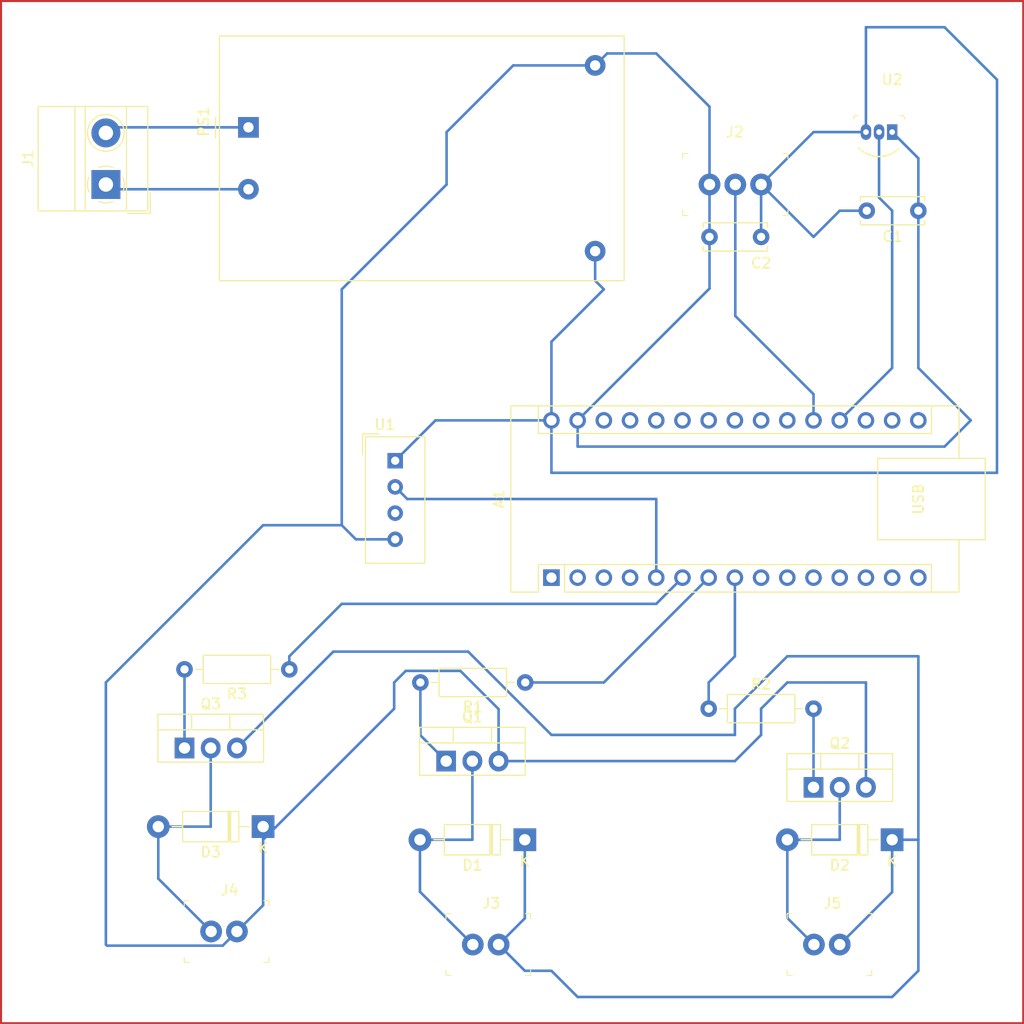
<source format=kicad_pcb>
(kicad_pcb (version 20221018) (generator pcbnew)
  (layers (0 "F.Cu" signal) (31 "B.Cu" signal) (34 "B.Paste" user) (35 "F.Paste" user) (36 "B.SilkS" user "B.Silkscreen") (37 "F.SilkS" user "F.Silkscreen") (38 "B.Mask" user) (39 "F.Mask" user) (44 "Edge.Cuts" user))
  (net 0 "")
  (net 5 "/DHT11")
  (net 6 "/Rele")
  (net 7 "/Ventilador 1")
  (net 8 "/Ventilador2")
  (net 19 "/LM35")
  (net 20 "/SensorHumedadAnalogico")
  (net 29 "/GND ")
  (net 30 "/Vcc")
  (net 31 "Net-(D1-A)")
  (net 32 "Net-(D2-A)")
  (net 33 "Net-(D3-A)")
  (net 34 "/N")
  (net 35 "/L1")
  (net 36 "Net-(Q1-B)")
  (net 37 "Net-(Q2-B)")
  (net 38 "Net-(Q3-B)")
  (footprint "Module:Arduino_Nano" (layer "F.Cu") (at 144.78 104.14 90)
    (fp_text reference "A1" (at 7.62 -5.08 90) (layer "F.SilkS"))
    (fp_text value "Arduino_Nano_v3.x")
    (fp_text user "USB" (at 7.62 35.56 90 unlocked) (layer "F.SilkS"))
    (fp_line (start -1.4 -3.94) (end -1.4 -1.27) (stroke (width 0.12)) (layer "F.SilkS"))
    (fp_line (start -1.4 1.27) (end -1.4 39.5) (stroke (width 0.12)) (layer "F.SilkS"))
    (fp_line (start -1.4 39.5) (end 3.68 39.5) (stroke (width 0.12)) (layer "F.SilkS"))
    (fp_line (start 1.27 -1.27) (end -1.4 -1.27) (stroke (width 0.12)) (layer "F.SilkS"))
    (fp_line (start 1.27 1.27) (end -1.4 1.27) (stroke (width 0.12)) (layer "F.SilkS"))
    (fp_line (start 1.27 1.27) (end 1.27 -1.27) (stroke (width 0.12)) (layer "F.SilkS"))
    (fp_line (start 1.27 1.27) (end 1.27 36.83) (stroke (width 0.12)) (layer "F.SilkS"))
    (fp_line (start 1.27 36.83) (end -1.4 36.83) (stroke (width 0.12)) (layer "F.SilkS"))
    (fp_line (start 3.68 31.62) (end 11.56 31.62) (stroke (width 0.12)) (layer "F.SilkS"))
    (fp_line (start 3.68 42.04) (end 3.68 31.62) (stroke (width 0.12)) (layer "F.SilkS"))
    (fp_line (start 11.56 31.62) (end 11.56 42.04) (stroke (width 0.12)) (layer "F.SilkS"))
    (fp_line (start 11.56 42.04) (end 3.68 42.04) (stroke (width 0.12)) (layer "F.SilkS"))
    (fp_line (start 13.97 -1.27) (end 13.97 36.83) (stroke (width 0.12)) (layer "F.SilkS"))
    (fp_line (start 13.97 -1.27) (end 16.64 -1.27) (stroke (width 0.12)) (layer "F.SilkS"))
    (fp_line (start 13.97 36.83) (end 16.64 36.83) (stroke (width 0.12)) (layer "F.SilkS"))
    (fp_line (start 16.64 -3.94) (end -1.4 -3.94) (stroke (width 0.12)) (layer "F.SilkS"))
    (fp_line (start 16.64 39.5) (end 11.56 39.5) (stroke (width 0.12)) (layer "F.SilkS"))
    (fp_line (start 16.64 39.5) (end 16.64 -3.94) (stroke (width 0.12)) (layer "F.SilkS"))
    (pad "1" thru_hole rect (at 0 0 90) (size 1.6 1.6) (drill 1) (layers "*.Cu" "*.Mask"))
    (pad "2" thru_hole oval (at 0 2.54 90) (size 1.6 1.6) (drill 1) (layers "*.Cu" "*.Mask"))
    (pad "3" thru_hole oval (at 0 5.08 90) (size 1.6 1.6) (drill 1) (layers "*.Cu" "*.Mask"))
    (pad "4" thru_hole oval (at 0 7.62 90) (size 1.6 1.6) (drill 1) (layers "*.Cu" "*.Mask"))
    (pad "5" thru_hole oval (at 0 10.16 90) (size 1.6 1.6) (drill 1) (layers "*.Cu" "*.Mask") (net 5 "/DHT11"))
    (pad "6" thru_hole oval (at 0 12.7 90) (size 1.6 1.6) (drill 1) (layers "*.Cu" "*.Mask") (net 6 "/Rele"))
    (pad "7" thru_hole oval (at 0 15.24 90) (size 1.6 1.6) (drill 1) (layers "*.Cu" "*.Mask") (net 7 "/Ventilador 1"))
    (pad "8" thru_hole oval (at 0 17.78 90) (size 1.6 1.6) (drill 1) (layers "*.Cu" "*.Mask") (net 8 "/Ventilador2"))
    (pad "9" thru_hole oval (at 0 20.32 90) (size 1.6 1.6) (drill 1) (layers "*.Cu" "*.Mask"))
    (pad "10" thru_hole oval (at 0 22.86 90) (size 1.6 1.6) (drill 1) (layers "*.Cu" "*.Mask"))
    (pad "11" thru_hole oval (at 0 25.4 90) (size 1.6 1.6) (drill 1) (layers "*.Cu" "*.Mask"))
    (pad "12" thru_hole oval (at 0 27.94 90) (size 1.6 1.6) (drill 1) (layers "*.Cu" "*.Mask"))
    (pad "13" thru_hole oval (at 0 30.48 90) (size 1.6 1.6) (drill 1) (layers "*.Cu" "*.Mask"))
    (pad "14" thru_hole oval (at 0 33.02 90) (size 1.6 1.6) (drill 1) (layers "*.Cu" "*.Mask"))
    (pad "15" thru_hole oval (at 0 35.56 90) (size 1.6 1.6) (drill 1) (layers "*.Cu" "*.Mask"))
    (pad "16" thru_hole oval (at 15.24 35.56 90) (size 1.6 1.6) (drill 1) (layers "*.Cu" "*.Mask"))
    (pad "17" thru_hole oval (at 15.24 33.02 90) (size 1.6 1.6) (drill 1) (layers "*.Cu" "*.Mask"))
    (pad "18" thru_hole oval (at 15.24 30.48 90) (size 1.6 1.6) (drill 1) (layers "*.Cu" "*.Mask"))
    (pad "19" thru_hole oval (at 15.24 27.94 90) (size 1.6 1.6) (drill 1) (layers "*.Cu" "*.Mask") (net 19 "/LM35"))
    (pad "20" thru_hole oval (at 15.24 25.4 90) (size 1.6 1.6) (drill 1) (layers "*.Cu" "*.Mask") (net 20 "/SensorHumedadAnalogico"))
    (pad "21" thru_hole oval (at 15.24 22.86 90) (size 1.6 1.6) (drill 1) (layers "*.Cu" "*.Mask"))
    (pad "22" thru_hole oval (at 15.24 20.32 90) (size 1.6 1.6) (drill 1) (layers "*.Cu" "*.Mask"))
    (pad "23" thru_hole oval (at 15.24 17.78 90) (size 1.6 1.6) (drill 1) (layers "*.Cu" "*.Mask"))
    (pad "24" thru_hole oval (at 15.24 15.24 90) (size 1.6 1.6) (drill 1) (layers "*.Cu" "*.Mask"))
    (pad "25" thru_hole oval (at 15.24 12.7 90) (size 1.6 1.6) (drill 1) (layers "*.Cu" "*.Mask"))
    (pad "26" thru_hole oval (at 15.24 10.16 90) (size 1.6 1.6) (drill 1) (layers "*.Cu" "*.Mask"))
    (pad "27" thru_hole oval (at 15.24 7.62 90) (size 1.6 1.6) (drill 1) (layers "*.Cu" "*.Mask"))
    (pad "28" thru_hole oval (at 15.24 5.08 90) (size 1.6 1.6) (drill 1) (layers "*.Cu" "*.Mask"))
    (pad "29" thru_hole oval (at 15.24 2.54 90) (size 1.6 1.6) (drill 1) (layers "*.Cu" "*.Mask") (net 29 "/GND "))
    (pad "30" thru_hole oval (at 15.24 0 90) (size 1.6 1.6) (drill 1) (layers "*.Cu" "*.Mask") (net 30 "/Vcc"))
  )
  (footprint "Diode_THT:D_DO-41_SOD81_P10.16mm_Horizontal" (layer "F.Cu") (at 116.84 128.27 180)
    (fp_text reference "D3" (at 5.08 -2.47) (layer "F.SilkS"))
    (fp_text value "1N4007")
    (fp_text user "K" (at 0 -2.1) (layer "F.SilkS"))
    (fp_line (start 1.34 0) (end 2.36 0) (stroke (width 0.12)) (layer "F.SilkS"))
    (fp_line (start 2.36 -1.47) (end 2.36 1.47) (stroke (width 0.12)) (layer "F.SilkS"))
    (fp_line (start 2.36 1.47) (end 7.8 1.47) (stroke (width 0.12)) (layer "F.SilkS"))
    (fp_line (start 3.14 -1.47) (end 3.14 1.47) (stroke (width 0.12)) (layer "F.SilkS"))
    (fp_line (start 3.26 -1.47) (end 3.26 1.47) (stroke (width 0.12)) (layer "F.SilkS"))
    (fp_line (start 3.38 -1.47) (end 3.38 1.47) (stroke (width 0.12)) (layer "F.SilkS"))
    (fp_line (start 7.8 -1.47) (end 2.36 -1.47) (stroke (width 0.12)) (layer "F.SilkS"))
    (fp_line (start 7.8 1.47) (end 7.8 -1.47) (stroke (width 0.12)) (layer "F.SilkS"))
    (fp_line (start 8.82 0) (end 7.8 0) (stroke (width 0.12)) (layer "F.SilkS"))
    (pad "1" thru_hole rect (at 0 0 180) (size 2.2 2.2) (drill 1.1) (layers "*.Cu" "*.Mask") (net 29 "/GND "))
    (pad "2" thru_hole oval (at 10.16 0 180) (size 2.2 2.2) (drill 1.1) (layers "*.Cu" "*.Mask") (net 33 "Net-(D3-A)"))
  )
  (footprint "Diode_THT:D_DO-41_SOD81_P10.16mm_Horizontal" (layer "F.Cu") (at 142.2 129.54 180)
    (fp_text reference "D1" (at 5.08 -2.47) (layer "F.SilkS"))
    (fp_text value "1N4007")
    (fp_text user "K" (at 0 -2.1) (layer "F.SilkS"))
    (fp_line (start 1.34 0) (end 2.36 0) (stroke (width 0.12)) (layer "F.SilkS"))
    (fp_line (start 2.36 -1.47) (end 2.36 1.47) (stroke (width 0.12)) (layer "F.SilkS"))
    (fp_line (start 2.36 1.47) (end 7.8 1.47) (stroke (width 0.12)) (layer "F.SilkS"))
    (fp_line (start 3.14 -1.47) (end 3.14 1.47) (stroke (width 0.12)) (layer "F.SilkS"))
    (fp_line (start 3.26 -1.47) (end 3.26 1.47) (stroke (width 0.12)) (layer "F.SilkS"))
    (fp_line (start 3.38 -1.47) (end 3.38 1.47) (stroke (width 0.12)) (layer "F.SilkS"))
    (fp_line (start 7.8 -1.47) (end 2.36 -1.47) (stroke (width 0.12)) (layer "F.SilkS"))
    (fp_line (start 7.8 1.47) (end 7.8 -1.47) (stroke (width 0.12)) (layer "F.SilkS"))
    (fp_line (start 8.82 0) (end 7.8 0) (stroke (width 0.12)) (layer "F.SilkS"))
    (pad "1" thru_hole rect (at 0 0 180) (size 2.2 2.2) (drill 1.1) (layers "*.Cu" "*.Mask") (net 30 "/Vcc"))
    (pad "2" thru_hole oval (at 10.16 0 180) (size 2.2 2.2) (drill 1.1) (layers "*.Cu" "*.Mask") (net 31 "Net-(D1-A)"))
  )
  (footprint "Capacitor_THT:C_Disc_D6.0mm_W2.5mm_P5.00mm" (layer "F.Cu") (at 160.1 71.12)
    (fp_text reference "C2" (at 5 2.54) (layer "F.SilkS"))
    (fp_text value "100n")
    (fp_line (start -0.62 -1.37) (end -0.62 -0.925) (stroke (width 0.12)) (layer "F.SilkS"))
    (fp_line (start -0.62 -1.37) (end 5.62 -1.37) (stroke (width 0.12)) (layer "F.SilkS"))
    (fp_line (start -0.62 0.925) (end -0.62 1.37) (stroke (width 0.12)) (layer "F.SilkS"))
    (fp_line (start -0.62 1.37) (end 5.62 1.37) (stroke (width 0.12)) (layer "F.SilkS"))
    (fp_line (start 5.62 -1.37) (end 5.62 -0.925) (stroke (width 0.12)) (layer "F.SilkS"))
    (fp_line (start 5.62 0.925) (end 5.62 1.37) (stroke (width 0.12)) (layer "F.SilkS"))
    (pad "1" thru_hole circle (at 0 0) (size 1.6 1.6) (drill 0.8) (layers "*.Cu" "*.Mask") (net 29 "/GND "))
    (pad "2" thru_hole circle (at 5 0) (size 1.6 1.6) (drill 0.8) (layers "*.Cu" "*.Mask") (net 30 "/Vcc"))
  )
  (footprint "Converter_ACDC:Converter_ACDC_HiLink_HLK-5Mxx" (layer "F.Cu") (at 115.4175 60.5)
    (fp_text reference "PS1" (at -4.34 -0.55 90) (layer "F.SilkS"))
    (fp_text value "HLK-5M12")
    (fp_line (start -3.19 -1) (end -3.19 1.01) (stroke (width 0.12)) (layer "F.SilkS"))
    (fp_line (start -2.81 -8.86) (end -2.81 14.86) (stroke (width 0.12)) (layer "F.SilkS"))
    (fp_line (start -2.8 14.86) (end 36.41 14.86) (stroke (width 0.12)) (layer "F.SilkS"))
    (fp_line (start 36.41 -8.86) (end -2.8 -8.86) (stroke (width 0.12)) (layer "F.SilkS"))
    (fp_line (start 36.41 14.86) (end 36.41 -8.86) (stroke (width 0.12)) (layer "F.SilkS"))
    (pad "1" thru_hole rect (at 0 0) (size 2 2) (drill 1) (layers "*.Cu" "*.Mask") (net 35 "/L1"))
    (pad "2" thru_hole circle (at 0 6) (size 2 2) (drill 1) (layers "*.Cu" "*.Mask") (net 34 "/N"))
    (pad "3" thru_hole circle (at 33.6 -6) (size 2 2) (drill 1) (layers "*.Cu" "*.Mask") (net 29 "/GND "))
    (pad "4" thru_hole circle (at 33.6 12) (size 2 2) (drill 1) (layers "*.Cu" "*.Mask") (net 30 "/Vcc"))
  )
  (footprint "Package_TO_SOT_THT:TO-220-3_Vertical" (layer "F.Cu") (at 170.18 124.46)
    (fp_text reference "Q2" (at 2.54 -4.27) (layer "F.SilkS"))
    (fp_text value "TIP41")
    (fp_line (start -2.58 -3.27) (end -2.58 1.371) (stroke (width 0.12)) (layer "F.SilkS"))
    (fp_line (start -2.58 -3.27) (end 7.66 -3.27) (stroke (width 0.12)) (layer "F.SilkS"))
    (fp_line (start -2.58 -1.76) (end 7.66 -1.76) (stroke (width 0.12)) (layer "F.SilkS"))
    (fp_line (start -2.58 1.371) (end 7.66 1.371) (stroke (width 0.12)) (layer "F.SilkS"))
    (fp_line (start 0.69 -3.27) (end 0.69 -1.76) (stroke (width 0.12)) (layer "F.SilkS"))
    (fp_line (start 4.391 -3.27) (end 4.391 -1.76) (stroke (width 0.12)) (layer "F.SilkS"))
    (fp_line (start 7.66 -3.27) (end 7.66 1.371) (stroke (width 0.12)) (layer "F.SilkS"))
    (pad "1" thru_hole rect (at 0 0) (size 1.905 2) (drill 1.1) (layers "*.Cu" "*.Mask") (net 37 "Net-(Q2-B)"))
    (pad "2" thru_hole oval (at 2.54 0) (size 1.905 2) (drill 1.1) (layers "*.Cu" "*.Mask") (net 32 "Net-(D2-A)"))
    (pad "3" thru_hole oval (at 5.08 0) (size 1.905 2) (drill 1.1) (layers "*.Cu" "*.Mask") (net 29 "/GND "))
  )
  (footprint "digikey-footprints:PinHeader_1x2_P2.5mm_Drill1.1mm" (layer "F.Cu") (at 137.16 139.7)
    (fp_text reference "J3" (at 1.8 -4) (layer "F.SilkS"))
    (fp_text value "B2B-XH-A_LF__SN_")
    (fp_line (start -2.6 -3) (end -2.6 -2.5) (stroke (width 0.1)) (layer "F.SilkS"))
    (fp_line (start -2.6 -3) (end -2.1 -3) (stroke (width 0.1)) (layer "F.SilkS"))
    (fp_line (start -2.6 3) (end -2.6 2.5) (stroke (width 0.1)) (layer "F.SilkS"))
    (fp_line (start -2.6 3) (end -2.1 3) (stroke (width 0.1)) (layer "F.SilkS"))
    (fp_line (start 5.6 -3) (end 5.1 -3) (stroke (width 0.1)) (layer "F.SilkS"))
    (fp_line (start 5.6 -3) (end 5.6 -2.5) (stroke (width 0.1)) (layer "F.SilkS"))
    (fp_line (start 5.6 3) (end 5.1 3) (stroke (width 0.1)) (layer "F.SilkS"))
    (fp_line (start 5.6 3) (end 5.6 2.5) (stroke (width 0.1)) (layer "F.SilkS"))
    (pad "1" thru_hole circle (at 0 0) (size 2.1 2.1) (drill 1.1) (layers "*.Cu" "*.Mask") (net 31 "Net-(D1-A)"))
    (pad "2" thru_hole circle (at 2.5 0) (size 2.1 2.1) (drill 1.1) (layers "*.Cu" "*.Mask") (net 30 "/Vcc"))
  )
  (footprint "digikey-footprints:PinHeader_1x2_P2.5mm_Drill1.1mm" (layer "F.Cu") (at 170.22 139.7)
    (fp_text reference "J5" (at 1.8 -4) (layer "F.SilkS"))
    (fp_text value "B2B-XH-A_LF__SN_")
    (fp_line (start -2.6 -3) (end -2.6 -2.5) (stroke (width 0.1)) (layer "F.SilkS"))
    (fp_line (start -2.6 -3) (end -2.1 -3) (stroke (width 0.1)) (layer "F.SilkS"))
    (fp_line (start -2.6 3) (end -2.6 2.5) (stroke (width 0.1)) (layer "F.SilkS"))
    (fp_line (start -2.6 3) (end -2.1 3) (stroke (width 0.1)) (layer "F.SilkS"))
    (fp_line (start 5.6 -3) (end 5.1 -3) (stroke (width 0.1)) (layer "F.SilkS"))
    (fp_line (start 5.6 -3) (end 5.6 -2.5) (stroke (width 0.1)) (layer "F.SilkS"))
    (fp_line (start 5.6 3) (end 5.1 3) (stroke (width 0.1)) (layer "F.SilkS"))
    (fp_line (start 5.6 3) (end 5.6 2.5) (stroke (width 0.1)) (layer "F.SilkS"))
    (pad "1" thru_hole circle (at 0 0) (size 2.1 2.1) (drill 1.1) (layers "*.Cu" "*.Mask") (net 32 "Net-(D2-A)"))
    (pad "2" thru_hole circle (at 2.5 0) (size 2.1 2.1) (drill 1.1) (layers "*.Cu" "*.Mask") (net 30 "/Vcc"))
  )
  (footprint "Resistor_THT:R_Axial_DIN0207_L6.3mm_D2.5mm_P10.16mm_Horizontal" (layer "F.Cu") (at 160.02 116.84)
    (fp_text reference "R2" (at 5.08 -2.37) (layer "F.SilkS"))
    (fp_text value "330")
    (fp_line (start 1.04 0) (end 1.81 0) (stroke (width 0.12)) (layer "F.SilkS"))
    (fp_line (start 1.81 -1.37) (end 1.81 1.37) (stroke (width 0.12)) (layer "F.SilkS"))
    (fp_line (start 1.81 1.37) (end 8.35 1.37) (stroke (width 0.12)) (layer "F.SilkS"))
    (fp_line (start 8.35 -1.37) (end 1.81 -1.37) (stroke (width 0.12)) (layer "F.SilkS"))
    (fp_line (start 8.35 1.37) (end 8.35 -1.37) (stroke (width 0.12)) (layer "F.SilkS"))
    (fp_line (start 9.12 0) (end 8.35 0) (stroke (width 0.12)) (layer "F.SilkS"))
    (pad "1" thru_hole circle (at 0 0) (size 1.6 1.6) (drill 0.8) (layers "*.Cu" "*.Mask") (net 8 "/Ventilador2"))
    (pad "2" thru_hole oval (at 10.16 0) (size 1.6 1.6) (drill 0.8) (layers "*.Cu" "*.Mask") (net 37 "Net-(Q2-B)"))
  )
  (footprint "Resistor_THT:R_Axial_DIN0207_L6.3mm_D2.5mm_P10.16mm_Horizontal" (layer "F.Cu") (at 142.24 114.3 180)
    (fp_text reference "R1" (at 5.08 -2.37) (layer "F.SilkS"))
    (fp_text value "330")
    (fp_line (start 1.04 0) (end 1.81 0) (stroke (width 0.12)) (layer "F.SilkS"))
    (fp_line (start 1.81 -1.37) (end 1.81 1.37) (stroke (width 0.12)) (layer "F.SilkS"))
    (fp_line (start 1.81 1.37) (end 8.35 1.37) (stroke (width 0.12)) (layer "F.SilkS"))
    (fp_line (start 8.35 -1.37) (end 1.81 -1.37) (stroke (width 0.12)) (layer "F.SilkS"))
    (fp_line (start 8.35 1.37) (end 8.35 -1.37) (stroke (width 0.12)) (layer "F.SilkS"))
    (fp_line (start 9.12 0) (end 8.35 0) (stroke (width 0.12)) (layer "F.SilkS"))
    (pad "1" thru_hole circle (at 0 0 180) (size 1.6 1.6) (drill 0.8) (layers "*.Cu" "*.Mask") (net 7 "/Ventilador 1"))
    (pad "2" thru_hole oval (at 10.16 0 180) (size 1.6 1.6) (drill 0.8) (layers "*.Cu" "*.Mask") (net 36 "Net-(Q1-B)"))
  )
  (footprint "Sensor:Aosong_DHT11_5.5x12.0_P2.54mm" (layer "F.Cu") (at 129.6375 92.8075)
    (fp_text reference "U1" (at -1 -3.5) (layer "F.SilkS"))
    (fp_text value "DHT11")
    (fp_line (start -3.16 -2.6) (end -3.16 -0.6) (stroke (width 0.12)) (layer "F.SilkS"))
    (fp_line (start -3.16 -2.6) (end -1.55 -2.6) (stroke (width 0.12)) (layer "F.SilkS"))
    (fp_line (start -2.88 9.94) (end -2.88 -2.31) (stroke (width 0.12)) (layer "F.SilkS"))
    (fp_line (start -2.87 -2.32) (end 2.87 -2.32) (stroke (width 0.12)) (layer "F.SilkS"))
    (fp_line (start 2.88 -2.32) (end 2.88 9.94) (stroke (width 0.12)) (layer "F.SilkS"))
    (fp_line (start 2.88 9.94) (end -2.88 9.94) (stroke (width 0.12)) (layer "F.SilkS"))
    (pad "1" thru_hole rect (at 0 0) (size 1.5 1.5) (drill 0.8) (layers "*.Cu" "*.Mask") (net 30 "/Vcc"))
    (pad "2" thru_hole circle (at 0 2.54) (size 1.5 1.5) (drill 0.8) (layers "*.Cu" "*.Mask") (net 5 "/DHT11"))
    (pad "3" thru_hole circle (at 0 5.08) (size 1.5 1.5) (drill 0.8) (layers "*.Cu" "*.Mask"))
    (pad "4" thru_hole circle (at 0 7.62) (size 1.5 1.5) (drill 0.8) (layers "*.Cu" "*.Mask") (net 29 "/GND "))
  )
  (footprint "Resistor_THT:R_Axial_DIN0207_L6.3mm_D2.5mm_P10.16mm_Horizontal" (layer "F.Cu") (at 119.38 113.03 180)
    (fp_text reference "R3" (at 5.08 -2.37) (layer "F.SilkS"))
    (fp_text value "330")
    (fp_line (start 1.04 0) (end 1.81 0) (stroke (width 0.12)) (layer "F.SilkS"))
    (fp_line (start 1.81 -1.37) (end 1.81 1.37) (stroke (width 0.12)) (layer "F.SilkS"))
    (fp_line (start 1.81 1.37) (end 8.35 1.37) (stroke (width 0.12)) (layer "F.SilkS"))
    (fp_line (start 8.35 -1.37) (end 1.81 -1.37) (stroke (width 0.12)) (layer "F.SilkS"))
    (fp_line (start 8.35 1.37) (end 8.35 -1.37) (stroke (width 0.12)) (layer "F.SilkS"))
    (fp_line (start 9.12 0) (end 8.35 0) (stroke (width 0.12)) (layer "F.SilkS"))
    (pad "1" thru_hole circle (at 0 0 180) (size 1.6 1.6) (drill 0.8) (layers "*.Cu" "*.Mask") (net 6 "/Rele"))
    (pad "2" thru_hole oval (at 10.16 0 180) (size 1.6 1.6) (drill 0.8) (layers "*.Cu" "*.Mask") (net 38 "Net-(Q3-B)"))
  )
  (footprint "digikey-footprints:PinHeader_1x3_P2.5mm_Drill1.1mm" (layer "F.Cu") (at 165.1 66.04 180)
    (fp_text reference "J2" (at 2.54 5.08) (layer "F.SilkS"))
    (fp_text value "B3B-XH-A_LF__SN_")
    (fp_line (start -2.6 -3) (end -2.6 -2.5) (stroke (width 0.1)) (layer "F.SilkS"))
    (fp_line (start -2.6 -3) (end -2.1 -3) (stroke (width 0.1)) (layer "F.SilkS"))
    (fp_line (start -2.6 3) (end -2.6 2.5) (stroke (width 0.1)) (layer "F.SilkS"))
    (fp_line (start -2.6 3) (end -2.1 3) (stroke (width 0.1)) (layer "F.SilkS"))
    (fp_line (start 7.6 -3) (end 7.1 -3) (stroke (width 0.1)) (layer "F.SilkS"))
    (fp_line (start 7.6 -3) (end 7.6 -2.5) (stroke (width 0.1)) (layer "F.SilkS"))
    (fp_line (start 7.6 3) (end 7.1 3) (stroke (width 0.1)) (layer "F.SilkS"))
    (fp_line (start 7.6 3) (end 7.6 2.5) (stroke (width 0.1)) (layer "F.SilkS"))
    (pad "1" thru_hole circle (at 0 0 180) (size 2.1 2.1) (drill 1.1) (layers "*.Cu" "*.Mask") (net 30 "/Vcc"))
    (pad "2" thru_hole circle (at 2.5 0 180) (size 2.1 2.1) (drill 1.1) (layers "*.Cu" "*.Mask") (net 20 "/SensorHumedadAnalogico"))
    (pad "3" thru_hole circle (at 5 0 180) (size 2.1 2.1) (drill 1.1) (layers "*.Cu" "*.Mask") (net 29 "/GND "))
  )
  (footprint "digikey-footprints:TO-92-3" (layer "F.Cu") (at 177.8 60.96 180)
    (fp_text reference "U2" (at 0 5.08) (layer "F.SilkS"))
    (fp_text value "LM35DZ_NOPB")
    (fp_line (start -1.08 1.6) (end -1.23 1.3) (stroke (width 0.1)) (layer "F.SilkS"))
    (fp_line (start -0.78 1.6) (end -1.08 1.6) (stroke (width 0.1)) (layer "F.SilkS"))
    (fp_line (start 3.62 1.6) (end 3.32 1.6) (stroke (width 0.1)) (layer "F.SilkS"))
    (fp_line (start 3.62 1.6) (end 3.77 1.3) (stroke (width 0.1)) (layer "F.SilkS"))
    (fp_arc (start -0.63 -1.6) (mid 1.305355 -2.372361) (end 3.22 -1.55) (stroke (width 0.15)) (layer "F.SilkS"))
    (pad "1" thru_hole rect (at 0 0) (size 1 1.5) (drill 0.55) (layers "*.Cu" "*.Mask") (net 29 "/GND "))
    (pad "2" thru_hole oval (at 1.27 0) (size 1 1.5) (drill 0.55) (layers "*.Cu" "*.Mask") (net 19 "/LM35"))
    (pad "3" thru_hole oval (at 2.54 0) (size 1 1.5) (drill 0.55) (layers "*.Cu" "*.Mask") (net 30 "/Vcc"))
  )
  (footprint "Diode_THT:D_DO-41_SOD81_P10.16mm_Horizontal" (layer "F.Cu") (at 177.8 129.54 180)
    (fp_text reference "D2" (at 5.08 -2.47) (layer "F.SilkS"))
    (fp_text value "1N4007")
    (fp_text user "K" (at 0 -2.1) (layer "F.SilkS"))
    (fp_line (start 1.34 0) (end 2.36 0) (stroke (width 0.12)) (layer "F.SilkS"))
    (fp_line (start 2.36 -1.47) (end 2.36 1.47) (stroke (width 0.12)) (layer "F.SilkS"))
    (fp_line (start 2.36 1.47) (end 7.8 1.47) (stroke (width 0.12)) (layer "F.SilkS"))
    (fp_line (start 3.14 -1.47) (end 3.14 1.47) (stroke (width 0.12)) (layer "F.SilkS"))
    (fp_line (start 3.26 -1.47) (end 3.26 1.47) (stroke (width 0.12)) (layer "F.SilkS"))
    (fp_line (start 3.38 -1.47) (end 3.38 1.47) (stroke (width 0.12)) (layer "F.SilkS"))
    (fp_line (start 7.8 -1.47) (end 2.36 -1.47) (stroke (width 0.12)) (layer "F.SilkS"))
    (fp_line (start 7.8 1.47) (end 7.8 -1.47) (stroke (width 0.12)) (layer "F.SilkS"))
    (fp_line (start 8.82 0) (end 7.8 0) (stroke (width 0.12)) (layer "F.SilkS"))
    (pad "1" thru_hole rect (at 0 0 180) (size 2.2 2.2) (drill 1.1) (layers "*.Cu" "*.Mask") (net 30 "/Vcc"))
    (pad "2" thru_hole oval (at 10.16 0 180) (size 2.2 2.2) (drill 1.1) (layers "*.Cu" "*.Mask") (net 32 "Net-(D2-A)"))
  )
  (footprint "digikey-footprints:PinHeader_1x2_P2.5mm_Drill1.1mm" (layer "F.Cu") (at 111.8 138.43)
    (fp_text reference "J4" (at 1.8 -4) (layer "F.SilkS"))
    (fp_text value "B2B-XH-A_LF__SN_")
    (fp_line (start -2.6 -3) (end -2.6 -2.5) (stroke (width 0.1)) (layer "F.SilkS"))
    (fp_line (start -2.6 -3) (end -2.1 -3) (stroke (width 0.1)) (layer "F.SilkS"))
    (fp_line (start -2.6 3) (end -2.6 2.5) (stroke (width 0.1)) (layer "F.SilkS"))
    (fp_line (start -2.6 3) (end -2.1 3) (stroke (width 0.1)) (layer "F.SilkS"))
    (fp_line (start 5.6 -3) (end 5.1 -3) (stroke (width 0.1)) (layer "F.SilkS"))
    (fp_line (start 5.6 -3) (end 5.6 -2.5) (stroke (width 0.1)) (layer "F.SilkS"))
    (fp_line (start 5.6 3) (end 5.1 3) (stroke (width 0.1)) (layer "F.SilkS"))
    (fp_line (start 5.6 3) (end 5.6 2.5) (stroke (width 0.1)) (layer "F.SilkS"))
    (pad "1" thru_hole circle (at 0 0) (size 2.1 2.1) (drill 1.1) (layers "*.Cu" "*.Mask") (net 33 "Net-(D3-A)"))
    (pad "2" thru_hole circle (at 2.5 0) (size 2.1 2.1) (drill 1.1) (layers "*.Cu" "*.Mask") (net 29 "/GND "))
  )
  (footprint "Package_TO_SOT_THT:TO-220-3_Vertical" (layer "F.Cu") (at 134.58 121.92)
    (fp_text reference "Q1" (at 2.54 -4.27) (layer "F.SilkS"))
    (fp_text value "TIP41")
    (fp_line (start -2.58 -3.27) (end -2.58 1.371) (stroke (width 0.12)) (layer "F.SilkS"))
    (fp_line (start -2.58 -3.27) (end 7.66 -3.27) (stroke (width 0.12)) (layer "F.SilkS"))
    (fp_line (start -2.58 -1.76) (end 7.66 -1.76) (stroke (width 0.12)) (layer "F.SilkS"))
    (fp_line (start -2.58 1.371) (end 7.66 1.371) (stroke (width 0.12)) (layer "F.SilkS"))
    (fp_line (start 0.69 -3.27) (end 0.69 -1.76) (stroke (width 0.12)) (layer "F.SilkS"))
    (fp_line (start 4.391 -3.27) (end 4.391 -1.76) (stroke (width 0.12)) (layer "F.SilkS"))
    (fp_line (start 7.66 -3.27) (end 7.66 1.371) (stroke (width 0.12)) (layer "F.SilkS"))
    (pad "1" thru_hole rect (at 0 0) (size 1.905 2) (drill 1.1) (layers "*.Cu" "*.Mask") (net 36 "Net-(Q1-B)"))
    (pad "2" thru_hole oval (at 2.54 0) (size 1.905 2) (drill 1.1) (layers "*.Cu" "*.Mask") (net 31 "Net-(D1-A)"))
    (pad "3" thru_hole oval (at 5.08 0) (size 1.905 2) (drill 1.1) (layers "*.Cu" "*.Mask") (net 29 "/GND "))
  )
  (footprint "Capacitor_THT:C_Disc_D6.0mm_W2.5mm_P5.00mm" (layer "F.Cu") (at 180.34 68.58 180)
    (fp_text reference "C1" (at 2.5 -2.5) (layer "F.SilkS"))
    (fp_text value "100n")
    (fp_line (start -0.62 -1.37) (end -0.62 -0.925) (stroke (width 0.12)) (layer "F.SilkS"))
    (fp_line (start -0.62 -1.37) (end 5.62 -1.37) (stroke (width 0.12)) (layer "F.SilkS"))
    (fp_line (start -0.62 0.925) (end -0.62 1.37) (stroke (width 0.12)) (layer "F.SilkS"))
    (fp_line (start -0.62 1.37) (end 5.62 1.37) (stroke (width 0.12)) (layer "F.SilkS"))
    (fp_line (start 5.62 -1.37) (end 5.62 -0.925) (stroke (width 0.12)) (layer "F.SilkS"))
    (fp_line (start 5.62 0.925) (end 5.62 1.37) (stroke (width 0.12)) (layer "F.SilkS"))
    (pad "1" thru_hole circle (at 0 0 180) (size 1.6 1.6) (drill 0.8) (layers "*.Cu" "*.Mask") (net 29 "/GND "))
    (pad "2" thru_hole circle (at 5 0 180) (size 1.6 1.6) (drill 0.8) (layers "*.Cu" "*.Mask") (net 30 "/Vcc"))
  )
  (footprint "TerminalBlock_MetzConnect:TerminalBlock_MetzConnect_Type011_RT05502HBWC_1x02_P5.00mm_Horizontal" (layer "F.Cu") (at 101.6 66.04 90)
    (fp_text reference "J1" (at 2.5 -7.56 90) (layer "F.SilkS"))
    (fp_text value "Screw_Terminal_01x02")
    (fp_line (start -2.8 2.06) (end -2.8 4.3) (stroke (width 0.12)) (layer "F.SilkS"))
    (fp_line (start -2.8 4.3) (end -0.8 4.3) (stroke (width 0.12)) (layer "F.SilkS"))
    (fp_line (start -2.56 -6.56) (end -2.56 4.06) (stroke (width 0.12)) (layer "F.SilkS"))
    (fp_line (start -2.56 -6.56) (end 7.56 -6.56) (stroke (width 0.12)) (layer "F.SilkS"))
    (fp_line (start -2.56 -3) (end 7.56 -3) (stroke (width 0.12)) (layer "F.SilkS"))
    (fp_line (start -2.56 -2) (end 7.56 -2) (stroke (width 0.12)) (layer "F.SilkS"))
    (fp_line (start -2.56 2) (end 7.56 2) (stroke (width 0.12)) (layer "F.SilkS"))
    (fp_line (start -2.56 4.06) (end 7.56 4.06) (stroke (width 0.12)) (layer "F.SilkS"))
    (fp_line (start 3.7 1.083) (end 3.65 1.133) (stroke (width 0.12)) (layer "F.SilkS"))
    (fp_line (start 3.892 1.325) (end 3.868 1.35) (stroke (width 0.12)) (layer "F.SilkS"))
    (fp_line (start 6.133 -1.35) (end 6.108 -1.326) (stroke (width 0.12)) (layer "F.SilkS"))
    (fp_line (start 6.35 -1.133) (end 6.301 -1.083) (stroke (width 0.12)) (layer "F.SilkS"))
    (fp_line (start 7.56 -6.56) (end 7.56 4.06) (stroke (width 0.12)) (layer "F.SilkS"))
    (fp_arc (start -1.639206 0.695516) (mid -1.780657 -0.000263) (end -1.639 -0.696) (stroke (width 0.12)) (layer "F.SilkS"))
    (fp_arc (start -0.695516 -1.639206) (mid 0.000263 -1.780657) (end 0.696 -1.639) (stroke (width 0.12)) (layer "F.SilkS"))
    (fp_arc (start 0.030814 1.78039) (mid -0.340023 1.747891) (end -0.696 1.639) (stroke (width 0.12)) (layer "F.SilkS"))
    (fp_arc (start 0.695501 1.638499) (mid 0.354875 1.744266) (end 0 1.78) (stroke (width 0.12)) (layer "F.SilkS"))
    (fp_arc (start 1.639206 -0.695516) (mid 1.780657 0.000263) (end 1.639 0.696) (stroke (width 0.12)) (layer "F.SilkS"))
    (fp_circle (center 5 0) (end 6.78 0) (stroke (width 0.12)) (fill none) (layer "F.SilkS"))
    (pad "1" thru_hole rect (at 0 0 90) (size 2.8 2.8) (drill 1.4) (layers "*.Cu" "*.Mask") (net 34 "/N"))
    (pad "2" thru_hole circle (at 5 0 90) (size 2.8 2.8) (drill 1.4) (layers "*.Cu" "*.Mask") (net 35 "/L1"))
  )
  (footprint "Package_TO_SOT_THT:TO-220-3_Vertical" (layer "F.Cu") (at 109.22 120.65)
    (fp_text reference "Q3" (at 2.54 -4.27) (layer "F.SilkS"))
    (fp_text value "TIP41")
    (fp_line (start -2.58 -3.27) (end -2.58 1.371) (stroke (width 0.12)) (layer "F.SilkS"))
    (fp_line (start -2.58 -3.27) (end 7.66 -3.27) (stroke (width 0.12)) (layer "F.SilkS"))
    (fp_line (start -2.58 -1.76) (end 7.66 -1.76) (stroke (width 0.12)) (layer "F.SilkS"))
    (fp_line (start -2.58 1.371) (end 7.66 1.371) (stroke (width 0.12)) (layer "F.SilkS"))
    (fp_line (start 0.69 -3.27) (end 0.69 -1.76) (stroke (width 0.12)) (layer "F.SilkS"))
    (fp_line (start 4.391 -3.27) (end 4.391 -1.76) (stroke (width 0.12)) (layer "F.SilkS"))
    (fp_line (start 7.66 -3.27) (end 7.66 1.371) (stroke (width 0.12)) (layer "F.SilkS"))
    (pad "1" thru_hole rect (at 0 0) (size 1.905 2) (drill 1.1) (layers "*.Cu" "*.Mask") (net 38 "Net-(Q3-B)"))
    (pad "2" thru_hole oval (at 2.54 0) (size 1.905 2) (drill 1.1) (layers "*.Cu" "*.Mask") (net 33 "Net-(D3-A)"))
    (pad "3" thru_hole oval (at 5.08 0) (size 1.905 2) (drill 1.1) (layers "*.Cu" "*.Mask") (net 30 "/Vcc"))
  )
  (gr_rect (start 91.44 48.26) (end 190.5 147.32) (stroke (width 0.2)) (fill none) (layer "F.Cu"))
  (segment (start 129.6375 95.3475) (end 130.81 96.52) (width 0.25) (layer "B.Cu") (net 5))
  (segment (start 130.81 96.52) (end 154.94 96.52) (width 0.25) (layer "B.Cu") (net 5))
  (segment (start 154.94 96.52) (end 154.94 104.14) (width 0.25) (layer "B.Cu") (net 5))
  (segment (start 119.38 111.76) (end 119.38 113.03) (width 0.25) (layer "B.Cu") (net 6))
  (segment (start 154.94 106.68) (end 124.46 106.68) (width 0.25) (layer "B.Cu") (net 6))
  (segment (start 157.48 104.14) (end 154.94 106.68) (width 0.25) (layer "B.Cu") (net 6))
  (segment (start 124.46 106.68) (end 119.38 111.76) (width 0.25) (layer "B.Cu") (net 6))
  (segment (start 149.86 114.3) (end 160.02 104.14) (width 0.25) (layer "B.Cu") (net 7))
  (segment (start 142.24 114.3) (end 149.86 114.3) (width 0.25) (layer "B.Cu") (net 7))
  (segment (start 160.02 114.3) (end 162.56 111.76) (width 0.25) (layer "B.Cu") (net 8))
  (segment (start 160.02 116.84) (end 160.02 114.3) (width 0.25) (layer "B.Cu") (net 8))
  (segment (start 162.56 111.76) (end 162.56 104.14) (width 0.25) (layer "B.Cu") (net 8))
  (segment (start 177.8 68.58) (end 176.53 67.31) (width 0.25) (layer "B.Cu") (net 19))
  (segment (start 177.8 83.82) (end 177.8 68.58) (width 0.25) (layer "B.Cu") (net 19))
  (segment (start 172.72 88.9) (end 177.8 83.82) (width 0.25) (layer "B.Cu") (net 19))
  (segment (start 176.53 67.31) (end 176.53 60.96) (width 0.25) (layer "B.Cu") (net 19))
  (segment (start 162.6 66.04) (end 162.6 78.78) (width 0.25) (layer "B.Cu") (net 20))
  (segment (start 170.18 86.36) (end 170.18 88.9) (width 0.25) (layer "B.Cu") (net 20))
  (segment (start 162.6 78.78) (end 170.18 86.36) (width 0.25) (layer "B.Cu") (net 20))
  (segment (start 116.84 135.89) (end 114.3 138.43) (width 0.25) (layer "B.Cu") (net 29))
  (segment (start 150.1775 53.34) (end 149.0175 54.5) (width 0.25) (layer "B.Cu") (net 29))
  (segment (start 139.66 121.92) (end 162.56 121.92) (width 0.25) (layer "B.Cu") (net 29))
  (segment (start 124.46 99.06) (end 125.8275 100.4275) (width 0.25) (layer "B.Cu") (net 29))
  (segment (start 160.1 71.12) (end 160.1 76.12) (width 0.25) (layer "B.Cu") (net 29))
  (segment (start 134.62 60.96) (end 141.08 54.5) (width 0.25) (layer "B.Cu") (net 29))
  (segment (start 129.54 116.84) (end 129.54 114.3) (width 0.25) (layer "B.Cu") (net 29))
  (segment (start 182.88 91.44) (end 147.32 91.44) (width 0.25) (layer "B.Cu") (net 29))
  (segment (start 165.1 116.84) (end 167.64 114.3) (width 0.25) (layer "B.Cu") (net 29))
  (segment (start 180.34 83.82) (end 185.42 88.9) (width 0.25) (layer "B.Cu") (net 29))
  (segment (start 139.66 116.88) (end 139.66 121.92) (width 0.25) (layer "B.Cu") (net 29))
  (segment (start 114.3 138.43) (end 112.925 139.805) (width 0.25) (layer "B.Cu") (net 29))
  (segment (start 141.08 54.5) (end 149.0175 54.5) (width 0.25) (layer "B.Cu") (net 29))
  (segment (start 130.665 113.175) (end 135.955 113.175) (width 0.25) (layer "B.Cu") (net 29))
  (segment (start 124.46 76.2) (end 134.62 66.04) (width 0.25) (layer "B.Cu") (net 29))
  (segment (start 129.54 114.3) (end 130.665 113.175) (width 0.25) (layer "B.Cu") (net 29))
  (segment (start 112.925 139.805) (end 101.705 139.805) (width 0.25) (layer "B.Cu") (net 29))
  (segment (start 116.84 129.54) (end 116.84 135.89) (width 0.25) (layer "B.Cu") (net 29))
  (segment (start 160.1 76.12) (end 147.32 88.9) (width 0.25) (layer "B.Cu") (net 29))
  (segment (start 101.705 139.805) (end 101.6 139.7) (width 0.25) (layer "B.Cu") (net 29))
  (segment (start 150.1775 53.34) (end 154.94 53.34) (width 0.25) (layer "B.Cu") (net 29))
  (segment (start 154.94 53.34) (end 160.1 58.5) (width 0.25) (layer "B.Cu") (net 29))
  (segment (start 185.42 88.9) (end 182.88 91.44) (width 0.25) (layer "B.Cu") (net 29))
  (segment (start 175.26 114.3) (end 175.26 124.46) (width 0.25) (layer "B.Cu") (net 29))
  (segment (start 177.8 60.96) (end 180.34 63.5) (width 0.25) (layer "B.Cu") (net 29))
  (segment (start 101.6 114.3) (end 114.3 101.6) (width 0.25) (layer "B.Cu") (net 29))
  (segment (start 125.8275 100.4275) (end 129.6375 100.4275) (width 0.25) (layer "B.Cu") (net 29))
  (segment (start 160.1 58.5) (end 160.1 66.04) (width 0.25) (layer "B.Cu") (net 29))
  (segment (start 167.64 114.3) (end 175.26 114.3) (width 0.25) (layer "B.Cu") (net 29))
  (segment (start 116.84 128.27) (end 116.84 129.54) (width 0.25) (layer "B.Cu") (net 29))
  (segment (start 160.1 71.12) (end 160.1 66.04) (width 0.25) (layer "B.Cu") (net 29))
  (segment (start 116.84 99.06) (end 124.46 99.06) (width 0.25) (layer "B.Cu") (net 29))
  (segment (start 165.1 119.38) (end 165.1 116.84) (width 0.25) (layer "B.Cu") (net 29))
  (segment (start 101.6 139.7) (end 101.6 114.3) (width 0.25) (layer "B.Cu") (net 29))
  (segment (start 147.32 91.44) (end 147.32 88.9) (width 0.25) (layer "B.Cu") (net 29))
  (segment (start 116.84 129.54) (end 129.54 116.84) (width 0.25) (layer "B.Cu") (net 29))
  (segment (start 135.955 113.175) (end 139.66 116.88) (width 0.25) (layer "B.Cu") (net 29))
  (segment (start 180.34 63.5) (end 180.34 68.58) (width 0.25) (layer "B.Cu") (net 29))
  (segment (start 134.62 66.04) (end 134.62 60.96) (width 0.25) (layer "B.Cu") (net 29))
  (segment (start 114.3 101.6) (end 116.84 99.06) (width 0.25) (layer "B.Cu") (net 29))
  (segment (start 124.46 99.06) (end 124.46 76.2) (width 0.25) (layer "B.Cu") (net 29))
  (segment (start 180.34 68.58) (end 180.34 83.82) (width 0.25) (layer "B.Cu") (net 29))
  (segment (start 162.56 121.92) (end 165.1 119.38) (width 0.25) (layer "B.Cu") (net 29))
  (segment (start 149.0175 75.3575) (end 149.0175 72.5) (width 0.25) (layer "B.Cu") (net 30))
  (segment (start 147.32 144.78) (end 144.78 142.24) (width 0.25) (layer "B.Cu") (net 30))
  (segment (start 175.26 50.8) (end 175.26 60.96) (width 0.25) (layer "B.Cu") (net 30))
  (segment (start 175.26 60.96) (end 170.18 60.96) (width 0.25) (layer "B.Cu") (net 30))
  (segment (start 187.96 55.88) (end 182.88 50.8) (width 0.25) (layer "B.Cu") (net 30))
  (segment (start 133.545 88.9) (end 129.6375 92.8075) (width 0.25) (layer "B.Cu") (net 30))
  (segment (start 180.34 129.54) (end 180.34 142.24) (width 0.25) (layer "B.Cu") (net 30))
  (segment (start 144.78 81.28) (end 149.86 76.2) (width 0.25) (layer "B.Cu") (net 30))
  (segment (start 144.78 88.9) (end 133.545 88.9) (width 0.25) (layer "B.Cu") (net 30))
  (segment (start 180.34 111.76) (end 180.34 129.54) (width 0.25) (layer "B.Cu") (net 30))
  (segment (start 172.72 68.58) (end 170.18 71.12) (width 0.25) (layer "B.Cu") (net 30))
  (segment (start 123.64 111.31) (end 136.71 111.31) (width 0.25) (layer "B.Cu") (net 30))
  (segment (start 142.2 142.24) (end 139.66 139.7) (width 0.25) (layer "B.Cu") (net 30))
  (segment (start 177.8 144.78) (end 147.32 144.78) (width 0.25) (layer "B.Cu") (net 30))
  (segment (start 182.88 50.8) (end 175.26 50.8) (width 0.25) (layer "B.Cu") (net 30))
  (segment (start 144.78 142.24) (end 142.2 142.24) (width 0.25) (layer "B.Cu") (net 30))
  (segment (start 162.56 119.38) (end 162.56 116.84) (width 0.25) (layer "B.Cu") (net 30))
  (segment (start 144.78 119.38) (end 162.56 119.38) (width 0.25) (layer "B.Cu") (net 30))
  (segment (start 180.34 129.54) (end 177.8 129.54) (width 0.25) (layer "B.Cu") (net 30))
  (segment (start 144.78 88.9) (end 144.78 81.28) (width 0.25) (layer "B.Cu") (net 30))
  (segment (start 170.18 60.96) (end 165.1 66.04) (width 0.25) (layer "B.Cu") (net 30))
  (segment (start 180.34 142.24) (end 177.8 144.78) (width 0.25) (layer "B.Cu") (net 30))
  (segment (start 142.2 129.54) (end 142.2 137.16) (width 0.25) (layer "B.Cu") (net 30))
  (segment (start 177.8 129.54) (end 177.8 134.62) (width 0.25) (layer "B.Cu") (net 30))
  (segment (start 175.34 68.58) (end 172.72 68.58) (width 0.25) (layer "B.Cu") (net 30))
  (segment (start 136.71 111.31) (end 144.78 119.38) (width 0.25) (layer "B.Cu") (net 30))
  (segment (start 187.96 93.98) (end 187.96 55.88) (width 0.25) (layer "B.Cu") (net 30))
  (segment (start 144.78 93.98) (end 187.96 93.98) (width 0.25) (layer "B.Cu") (net 30))
  (segment (start 114.3 120.65) (end 123.64 111.31) (width 0.25) (layer "B.Cu") (net 30))
  (segment (start 177.8 134.62) (end 172.72 139.7) (width 0.25) (layer "B.Cu") (net 30))
  (segment (start 165.1 71.12) (end 165.1 66.04) (width 0.25) (layer "B.Cu") (net 30))
  (segment (start 142.2 137.16) (end 139.66 139.7) (width 0.25) (layer "B.Cu") (net 30))
  (segment (start 149.86 76.2) (end 149.0175 75.3575) (width 0.25) (layer "B.Cu") (net 30))
  (segment (start 165.1 66.04) (end 170.18 71.12) (width 0.25) (layer "B.Cu") (net 30))
  (segment (start 162.56 116.84) (end 167.64 111.76) (width 0.25) (layer "B.Cu") (net 30))
  (segment (start 167.64 111.76) (end 180.34 111.76) (width 0.25) (layer "B.Cu") (net 30))
  (segment (start 144.78 88.9) (end 144.78 93.98) (width 0.25) (layer "B.Cu") (net 30))
  (segment (start 137.12 129.54) (end 137.12 121.92) (width 0.25) (layer "B.Cu") (net 31))
  (segment (start 132.04 129.54) (end 137.12 129.54) (width 0.25) (layer "B.Cu") (net 31))
  (segment (start 132.04 134.58) (end 137.16 139.7) (width 0.25) (layer "B.Cu") (net 31))
  (segment (start 132.04 129.54) (end 132.04 134.58) (width 0.25) (layer "B.Cu") (net 31))
  (segment (start 172.72 129.54) (end 172.72 124.46) (width 0.25) (layer "B.Cu") (net 32))
  (segment (start 167.64 129.54) (end 167.64 137.12) (width 0.25) (layer "B.Cu") (net 32))
  (segment (start 167.64 129.54) (end 172.72 129.54) (width 0.25) (layer "B.Cu") (net 32))
  (segment (start 167.64 137.12) (end 170.22 139.7) (width 0.25) (layer "B.Cu") (net 32))
  (segment (start 111.76 128.27) (end 111.76 120.65) (width 0.25) (layer "B.Cu") (net 33))
  (segment (start 106.68 133.31) (end 111.8 138.43) (width 0.25) (layer "B.Cu") (net 33))
  (segment (start 106.68 128.27) (end 106.68 133.31) (width 0.25) (layer "B.Cu") (net 33))
  (segment (start 106.68 128.27) (end 111.76 128.27) (width 0.25) (layer "B.Cu") (net 33))
  (segment (start 114.9575 66.04) (end 115.4175 66.5) (width 0.25) (layer "F.Cu") (net 34))
  (segment (start 115.4175 66.5) (end 102.06 66.5) (width 0.25) (layer "B.Cu") (net 34))
  (segment (start 102.06 66.5) (end 101.6 66.04) (width 0.25) (layer "B.Cu") (net 34))
  (segment (start 102.14 60.5) (end 101.6 61.04) (width 0.25) (layer "F.Cu") (net 35))
  (segment (start 102.06 60.5) (end 115.4175 60.5) (width 0.25) (layer "B.Cu") (net 35))
  (segment (start 101.6 60.96) (end 102.06 60.5) (width 0.25) (layer "B.Cu") (net 35))
  (segment (start 101.6 61.04) (end 101.6 60.96) (width 0.25) (layer "B.Cu") (net 35))
  (segment (start 132.08 119.42) (end 134.58 121.92) (width 0.25) (layer "B.Cu") (net 36))
  (segment (start 132.08 114.3) (end 132.08 119.42) (width 0.25) (layer "B.Cu") (net 36))
  (segment (start 170.18 116.84) (end 170.18 124.46) (width 0.25) (layer "B.Cu") (net 37))
  (segment (start 109.22 113.03) (end 109.22 120.65) (width 0.25) (layer "B.Cu") (net 38))
)
</source>
